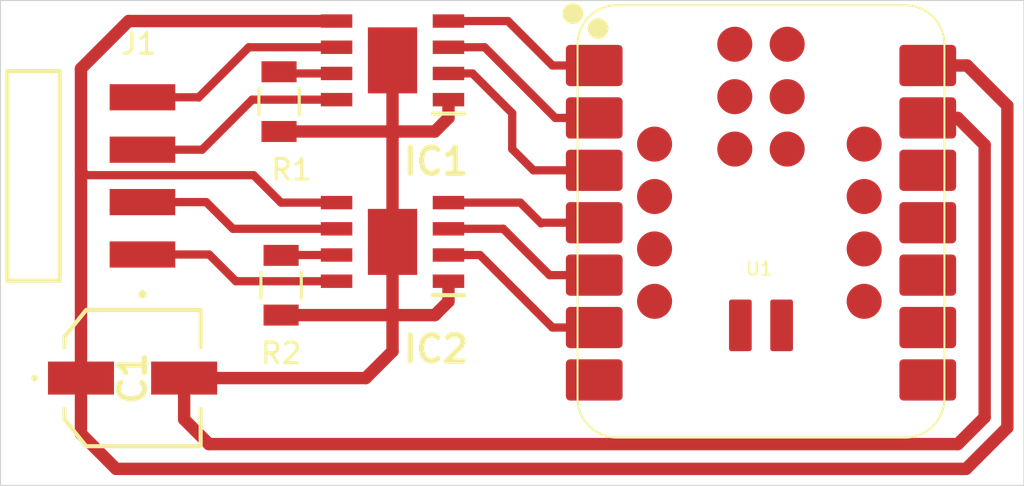
<source format=kicad_pcb>
(kicad_pcb (version 20241229) (generator "pcbnew") (generator_version "9.0")
  (layers (0 "F.Cu" signal) (2 "B.Cu" signal) (13 "F.Paste" user) (15 "B.Paste" user) (5 "F.SilkS" user "F.Silkscreen") (7 "B.SilkS" user "B.Silkscreen") (1 "F.Mask" user) (3 "B.Mask" user) (25 "Edge.Cuts" user))
  (net 0 "")
  (net 1 "GND")
  (net 2 "5V")
  (net 3 "Net-(IC1-RS)")
  (net 4 "Net-(IC2-RS)")
  (net 11 "IN12")
  (net 12 "OUT12")
  (net 13 "VREF1")
  (net 14 "IN11")
  (net 15 "OUT11")
  (net 16 "OUT21")
  (net 17 "IN21")
  (net 18 "IN22")
  (net 19 "OUT22")
  (net 20 "VREF2")
  (footprint "Neil:Resistor 1206" (layer "F.Cu") (at 88.7 84.8 -90)
    (property "Reference" "R2" (at 3.3 0 0) (layer "F.SilkS"))
    (property "Value" "0.1" (hide yes))
    (fp_line (start -0.63225 0.9779) (end 0.63225 0.9779) (stroke (width 0.1524)) (layer "F.SilkS"))
    (fp_line (start 0.63225 -0.9779) (end -0.63225 -0.9779) (stroke (width 0.1524)) (layer "F.SilkS"))
    (pad "1" smd rect (at -1.4478 0 270) (size 1.016 1.7018) (layers "F.Cu" "F.Mask" "F.Paste") (net 4 "Net-(IC2-RS)"))
    (pad "2" smd rect (at 1.4478 0 270) (size 1.016 1.7018) (layers "F.Cu" "F.Mask" "F.Paste") (net 1 "GND"))
  )
  (footprint "Neil:Resistor 1206" (layer "F.Cu") (at 88.6 75.9 -90)
    (property "Reference" "R1" (at 3.3 -0.6 0) (layer "F.SilkS"))
    (property "Value" "0.1" (hide yes))
    (fp_line (start -0.63225 0.9779) (end 0.63225 0.9779) (stroke (width 0.1524)) (layer "F.SilkS"))
    (fp_line (start 0.63225 -0.9779) (end -0.63225 -0.9779) (stroke (width 0.1524)) (layer "F.SilkS"))
    (pad "1" smd rect (at -1.4478 0 270) (size 1.016 1.7018) (layers "F.Cu" "F.Mask" "F.Paste") (net 3 "Net-(IC1-RS)"))
    (pad "2" smd rect (at 1.4478 0 270) (size 1.016 1.7018) (layers "F.Cu" "F.Mask" "F.Paste") (net 1 "GND"))
  )
  (footprint "Neil:right angle header 4 pins" (layer "F.Cu") (at 76.7 79.5 90)
    (property "Reference" "J1" (at 6.4 5.1 180) (layer "F.SilkS"))
    (property "Value" "right angle header 4 pins" (hide yes))
    (fp_line (start 5.08 -1.27) (end -5.08 -1.27) (stroke (width 0.2)) (layer "F.SilkS"))
    (fp_line (start 5.08 -1.27) (end 5.08 1.27) (stroke (width 0.2)) (layer "F.SilkS"))
    (fp_line (start 5.08 1.27) (end -5.08 1.27) (stroke (width 0.2)) (layer "F.SilkS"))
    (fp_line (start -5.08 1.27) (end -5.08 -1.27) (stroke (width 0.2)) (layer "F.SilkS"))
    (fp_circle (center -5.73 5.28) (end -5.63 5.28) (stroke (width 0.2)) (fill no) (layer "F.SilkS"))
    (pad "01" smd rect (at -3.81 5.28 90) (size 1.27 3.18) (layers "F.Cu" "F.Mask" "F.Paste") (net 19 "OUT22"))
    (pad "02" smd rect (at -1.27 5.28 90) (size 1.27 3.18) (layers "F.Cu" "F.Mask" "F.Paste") (net 16 "OUT21"))
    (pad "03" smd rect (at 1.27 5.28 90) (size 1.27 3.18) (layers "F.Cu" "F.Mask" "F.Paste") (net 12 "OUT12"))
    (pad "04" smd rect (at 3.81 5.28 90) (size 1.27 3.18) (layers "F.Cu" "F.Mask" "F.Paste") (net 15 "OUT11"))
  )
  (footprint "Neil:XIAO-RP2350-SMD" (layer "F.Cu") (at 111.876506 81.77)
    (property "Reference" "U1" (at 0 2.23 0) (layer "F.SilkS") (effects (font (size 0.635 0.635) (thickness 0.1016))))
    (property "Value" "XIAO RP2350")
    (fp_line (start -8.8075 8.509) (end -8.8075 -8.636) (stroke (width 0.1)) (layer "F.SilkS"))
    (fp_line (start -6.9025 10.414) (end 7.0675 10.414) (stroke (width 0.1)) (layer "F.SilkS"))
    (fp_line (start 7.0675 -10.541) (end -6.9025 -10.541) (stroke (width 0.1)) (layer "F.SilkS"))
    (fp_line (start 8.9725 8.509) (end 8.9725 -8.636) (stroke (width 0.1)) (layer "F.SilkS"))
    (fp_arc (start -8.8075 -8.64) (mid -8.249538 -9.987038) (end -6.9025 -10.545) (stroke (width 0.1)) (layer "F.SilkS"))
    (fp_arc (start -6.9025 10.414) (mid -8.249538 9.856038) (end -8.8075 8.509) (stroke (width 0.1)) (layer "F.SilkS"))
    (fp_arc (start 7.0675 -10.541) (mid 8.414538 -9.983038) (end 8.9725 -8.636) (stroke (width 0.1)) (layer "F.SilkS"))
    (fp_arc (start 8.9725 8.509) (mid 8.414538 9.856038) (end 7.0675 10.414) (stroke (width 0.1)) (layer "F.SilkS"))
    (fp_circle (center -9.033512 -10.137012) (end -9.033512 -10.391012) (stroke (width 0.5)) (fill yes) (layer "F.SilkS"))
    (fp_circle (center -7.816512 -9.414012) (end -7.816512 -9.668012) (stroke (width 0.5)) (fill yes) (layer "F.SilkS"))
    (pad "1" smd roundrect (at -8 -7.62 180) (size 2.75 2) (layers "F.Cu" "F.Mask" "F.Paste") (roundrect_rratio 0.1) (net 13 "VREF1"))
    (pad "2" smd roundrect (at -8 -5.08 180) (size 2.75 2) (layers "F.Cu" "F.Mask" "F.Paste") (roundrect_rratio 0.1) (net 14 "IN11"))
    (pad "3" smd roundrect (at -8 -2.54 180) (size 2.75 2) (layers "F.Cu" "F.Mask" "F.Paste") (roundrect_rratio 0.1) (net 11 "IN12"))
    (pad "4" smd roundrect (at -8 0 180) (size 2.75 2) (layers "F.Cu" "F.Mask" "F.Paste") (roundrect_rratio 0.1) (net 20 "VREF2"))
    (pad "5" smd roundrect (at -8 2.54 180) (size 2.75 2) (layers "F.Cu" "F.Mask" "F.Paste") (roundrect_rratio 0.1) (net 17 "IN21"))
    (pad "6" smd roundrect (at -8 5.08 180) (size 2.75 2) (layers "F.Cu" "F.Mask" "F.Paste") (roundrect_rratio 0.1) (net 18 "IN22"))
    (pad "7" smd roundrect (at -8 7.62 180) (size 2.75 2) (layers "F.Cu" "F.Mask" "F.Paste") (roundrect_rratio 0.1))
    (pad "8" smd roundrect (at 8.165 7.62) (size 2.75 2) (layers "F.Cu" "F.Mask" "F.Paste") (roundrect_rratio 0.1))
    (pad "9" smd roundrect (at 8.165 5.08) (size 2.75 2) (layers "F.Cu" "F.Mask" "F.Paste") (roundrect_rratio 0.1))
    (pad "10" smd roundrect (at 8.165 2.54) (size 2.75 2) (layers "F.Cu" "F.Mask" "F.Paste") (roundrect_rratio 0.1))
    (pad "11" smd roundrect (at 8.165 0) (size 2.75 2) (layers "F.Cu" "F.Mask" "F.Paste") (roundrect_rratio 0.1))
    (pad "12" smd roundrect (at 8.165 -2.54) (size 2.75 2) (layers "F.Cu" "F.Mask" "F.Paste") (roundrect_rratio 0.1))
    (pad "13" smd roundrect (at 8.165 -5.08) (size 2.75 2) (layers "F.Cu" "F.Mask" "F.Paste") (roundrect_rratio 0.1) (net 1 "GND"))
    (pad "14" smd roundrect (at 8.165 -7.62) (size 2.75 2) (layers "F.Cu" "F.Mask" "F.Paste") (roundrect_rratio 0.1) (net 2 "5V"))
    (pad "15" smd circle (at 5.083494 -3.81 180) (size 1.7 1.7) (layers "F.Cu" "F.Mask" "F.Paste"))
    (pad "16" smd circle (at 5.083494 -1.27 180) (size 1.7 1.7) (layers "F.Cu" "F.Mask" "F.Paste"))
    (pad "17" smd circle (at 5.083494 1.27 180) (size 1.7 1.7) (layers "F.Cu" "F.Mask" "F.Paste"))
    (pad "18" smd circle (at 5.083494 3.81 180) (size 1.7 1.7) (layers "F.Cu" "F.Mask" "F.Paste"))
    (pad "19" smd circle (at -5.076506 3.81 180) (size 1.7 1.7) (layers "F.Cu" "F.Mask" "F.Paste"))
    (pad "20" smd circle (at -5.076506 1.27 180) (size 1.7 1.7) (layers "F.Cu" "F.Mask" "F.Paste"))
    (pad "21" smd circle (at -5.076506 -1.27 180) (size 1.7 1.7) (layers "F.Cu" "F.Mask" "F.Paste"))
    (pad "22" smd circle (at -5.076506 -3.81 180) (size 1.7 1.7) (layers "F.Cu" "F.Mask" "F.Paste"))
    (pad "23" smd circle (at -1.1875 -8.65 180) (size 1.7 1.7) (layers "F.Cu" "F.Mask" "F.Paste"))
    (pad "24" smd circle (at -1.1875 -6.11 180) (size 1.7 1.7) (layers "F.Cu" "F.Mask" "F.Paste"))
    (pad "25" smd circle (at -1.1875 -3.57 180) (size 1.7 1.7) (layers "F.Cu" "F.Mask" "F.Paste"))
    (pad "26" smd circle (at 1.3525 -3.57 180) (size 1.7 1.7) (layers "F.Cu" "F.Mask" "F.Paste"))
    (pad "27" smd circle (at 1.3525 -6.11 180) (size 1.7 1.7) (layers "F.Cu" "F.Mask" "F.Paste"))
    (pad "28" smd circle (at 1.3525 -8.65 180) (size 1.7 1.7) (layers "F.Cu" "F.Mask" "F.Paste"))
    (pad "29" smd roundrect (at -0.9175 4.974811 270) (size 2.5 1.1) (layers "F.Cu" "F.Mask" "F.Paste") (roundrect_rratio 0.1))
    (pad "30" smd roundrect (at 1.0825 4.974811 270) (size 2.5 1.1) (layers "F.Cu" "F.Mask" "F.Paste") (roundrect_rratio 0.1))
  )
  (footprint "Neil:TB67H451AFNG" (layer "F.Cu") (at 94.1 73.9 180)
    (property "Reference" "IC1" (at -2.1 -4.9 0) (layer "F.SilkS") (effects (font (size 1.27 1.27) (thickness 0.254))))
    (property "Value" "TB67H451AFNG" (hide yes))
    (fp_line (start -3.475 -2.58) (end -1.95 -2.58) (stroke (width 0.2)) (layer "F.SilkS"))
    (pad "1" smd rect (at -2.712 -1.905 270) (size 0.65 1.525) (layers "F.Cu" "F.Mask" "F.Paste") (net 1 "GND"))
    (pad "2" smd rect (at -2.712 -0.635 270) (size 0.65 1.525) (layers "F.Cu" "F.Mask" "F.Paste") (net 11 "IN12"))
    (pad "3" smd rect (at -2.712 0.635 270) (size 0.65 1.525) (layers "F.Cu" "F.Mask" "F.Paste") (net 14 "IN11"))
    (pad "4" smd rect (at -2.712 1.905 270) (size 0.65 1.525) (layers "F.Cu" "F.Mask" "F.Paste") (net 13 "VREF1"))
    (pad "5" smd rect (at 2.712 1.905 270) (size 0.65 1.525) (layers "F.Cu" "F.Mask" "F.Paste") (net 2 "5V"))
    (pad "6" smd rect (at 2.712 0.635 270) (size 0.65 1.525) (layers "F.Cu" "F.Mask" "F.Paste") (net 15 "OUT11"))
    (pad "7" smd rect (at 2.712 -0.635 270) (size 0.65 1.525) (layers "F.Cu" "F.Mask" "F.Paste") (net 3 "Net-(IC1-RS)"))
    (pad "8" smd rect (at 2.712 -1.905 270) (size 0.65 1.525) (layers "F.Cu" "F.Mask" "F.Paste") (net 12 "OUT12"))
    (pad "9" smd rect (at 0 0 180) (size 2.39 3.2) (layers "F.Cu" "F.Mask" "F.Paste") (net 1 "GND"))
  )
  (footprint "Neil:TB67H451AFNG" (layer "F.Cu") (at 94.1 82.7 180)
    (property "Reference" "IC2" (at -2.1 -5.2 0) (layer "F.SilkS") (effects (font (size 1.27 1.27) (thickness 0.254))))
    (property "Value" "TB67H451AFNG" (hide yes))
    (fp_line (start -3.475 -2.58) (end -1.95 -2.58) (stroke (width 0.2)) (layer "F.SilkS"))
    (pad "1" smd rect (at -2.712 -1.905 270) (size 0.65 1.525) (layers "F.Cu" "F.Mask" "F.Paste") (net 1 "GND"))
    (pad "2" smd rect (at -2.712 -0.635 270) (size 0.65 1.525) (layers "F.Cu" "F.Mask" "F.Paste") (net 18 "IN22"))
    (pad "3" smd rect (at -2.712 0.635 270) (size 0.65 1.525) (layers "F.Cu" "F.Mask" "F.Paste") (net 17 "IN21"))
    (pad "4" smd rect (at -2.712 1.905 270) (size 0.65 1.525) (layers "F.Cu" "F.Mask" "F.Paste") (net 20 "VREF2"))
    (pad "5" smd rect (at 2.712 1.905 270) (size 0.65 1.525) (layers "F.Cu" "F.Mask" "F.Paste") (net 2 "5V"))
    (pad "6" smd rect (at 2.712 0.635 270) (size 0.65 1.525) (layers "F.Cu" "F.Mask" "F.Paste") (net 16 "OUT21"))
    (pad "7" smd rect (at 2.712 -0.635 270) (size 0.65 1.525) (layers "F.Cu" "F.Mask" "F.Paste") (net 4 "Net-(IC2-RS)"))
    (pad "8" smd rect (at 2.712 -1.905 270) (size 0.65 1.525) (layers "F.Cu" "F.Mask" "F.Paste") (net 19 "OUT22"))
    (pad "9" smd rect (at 0 0 180) (size 2.39 3.2) (layers "F.Cu" "F.Mask" "F.Paste") (net 1 "GND"))
  )
  (footprint "Neil:EEEHP1H4R7P" (layer "F.Cu") (at 81.5 89.3 -90)
    (property "Reference" "C1" (at 0 0 90) (layer "F.SilkS") (effects (font (size 1.27 1.27) (thickness 0.254))))
    (property "Value" "100uF" (hide yes))
    (fp_line (start 0 4.8) (end 0 4.8) (stroke (width 0.2)) (layer "F.SilkS"))
    (fp_line (start 0 4.8) (end 0 4.8) (stroke (width 0.2)) (layer "F.SilkS"))
    (fp_line (start 0 4.7) (end 0 4.7) (stroke (width 0.2)) (layer "F.SilkS"))
    (fp_line (start -2 3.3) (end -3.3 2.25) (stroke (width 0.2)) (layer "F.SilkS"))
    (fp_line (start -1.5 3.3) (end -2 3.3) (stroke (width 0.2)) (layer "F.SilkS"))
    (fp_line (start 2 3.3) (end 1.5 3.3) (stroke (width 0.2)) (layer "F.SilkS"))
    (fp_line (start -3.3 2.25) (end -3.3 -3.3) (stroke (width 0.2)) (layer "F.SilkS"))
    (fp_line (start 3.3 2.25) (end 2 3.3) (stroke (width 0.2)) (layer "F.SilkS"))
    (fp_line (start -3.3 -3.3) (end -1.5 -3.3) (stroke (width 0.2)) (layer "F.SilkS"))
    (fp_line (start 1.5 -3.3) (end 3.3 -3.3) (stroke (width 0.2)) (layer "F.SilkS"))
    (fp_line (start 3.3 -3.3) (end 3.3 2.25) (stroke (width 0.2)) (layer "F.SilkS"))
    (fp_arc (start 0 4.8) (mid -0.05 4.75) (end 0 4.7) (stroke (width 0.2)) (layer "F.SilkS"))
    (fp_arc (start 0 4.7) (mid 0.05 4.75) (end 0 4.8) (stroke (width 0.2)) (layer "F.SilkS"))
    (fp_arc (start 0 4.7) (mid 0.05 4.75) (end 0 4.8) (stroke (width 0.2)) (layer "F.SilkS"))
    (pad "1" smd rect (at 0 2.5 270) (size 1.6 3.2) (layers "F.Cu" "F.Mask" "F.Paste") (net 2 "5V"))
    (pad "2" smd rect (at 0 -2.5 270) (size 1.6 3.2) (layers "F.Cu" "F.Mask" "F.Paste") (net 1 "GND"))
  )
  (gr_rect (start 75.1 71) (end 124.7 94.5) (stroke (width 0.05)) (fill no) (layer "Edge.Cuts"))
  (segment (start 85.2 92.5) (end 84 91.3) (width 0.6) (layer "F.Cu") (net 1))
  (segment (start 96.1522 86.2478) (end 93.9 86.2478) (width 0.6) (layer "F.Cu") (net 1))
  (segment (start 92.8 89.3) (end 94.1 88) (width 0.6) (layer "F.Cu") (net 1))
  (segment (start 94.1 73.9) (end 94.1 77.2478) (width 0.6) (layer "F.Cu") (net 1))
  (segment (start 121.5 92.5) (end 85.2 92.5) (width 0.6) (layer "F.Cu") (net 1))
  (segment (start 94.1 77.5478) (end 94.3 77.3478) (width 0.6) (layer "F.Cu") (net 1))
  (segment (start 94 77.3478) (end 88.6 77.3478) (width 0.6) (layer "F.Cu") (net 1))
  (segment (start 96.812 75.805) (end 96.812 76.688) (width 0.6) (layer "F.Cu") (net 1))
  (segment (start 122.8 91.2) (end 121.5 92.5) (width 0.6) (layer "F.Cu") (net 1))
  (segment (start 96.812 84.605) (end 96.812 85.588) (width 0.6) (layer "F.Cu") (net 1))
  (segment (start 94.1 82.7) (end 94.1 77.5478) (width 0.6) (layer "F.Cu") (net 1))
  (segment (start 94.1 86.0478) (end 93.9 86.2478) (width 0.6) (layer "F.Cu") (net 1))
  (segment (start 94.3 77.3478) (end 94 77.3478) (width 0.6) (layer "F.Cu") (net 1))
  (segment (start 121.49 76.69) (end 122.8 78) (width 0.6) (layer "F.Cu") (net 1))
  (segment (start 122.8 78) (end 122.8 91.2) (width 0.6) (layer "F.Cu") (net 1))
  (segment (start 96.1522 77.3478) (end 94.3 77.3478) (width 0.6) (layer "F.Cu") (net 1))
  (segment (start 94.1 77.2478) (end 94 77.3478) (width 0.6) (layer "F.Cu") (net 1))
  (segment (start 94.1 88) (end 94.1 86.0478) (width 0.6) (layer "F.Cu") (net 1))
  (segment (start 96.812 76.688) (end 96.1522 77.3478) (width 0.6) (layer "F.Cu") (net 1))
  (segment (start 120.041506 76.69) (end 121.49 76.69) (width 0.6) (layer "F.Cu") (net 1))
  (segment (start 93.9 86.2478) (end 88.7 86.2478) (width 0.6) (layer "F.Cu") (net 1))
  (segment (start 94.1 82.7) (end 94.1 86.0478) (width 0.6) (layer "F.Cu") (net 1))
  (segment (start 84 91.3) (end 84 89.3) (width 0.6) (layer "F.Cu") (net 1))
  (segment (start 84 89.3) (end 92.8 89.3) (width 0.6) (layer "F.Cu") (net 1))
  (segment (start 96.812 85.588) (end 96.1522 86.2478) (width 0.6) (layer "F.Cu") (net 1))
  (segment (start 81.305 71.995) (end 79 74.3) (width 0.6) (layer "F.Cu") (net 2))
  (segment (start 120.041506 74.15) (end 121.95 74.15) (width 0.6) (layer "F.Cu") (net 2))
  (segment (start 121.95 74.15) (end 123.9 76.1) (width 0.6) (layer "F.Cu") (net 2))
  (segment (start 79.266 79.466) (end 87.366 79.466) (width 0.4) (layer "F.Cu") (net 2))
  (segment (start 79 79.2) (end 79.266 79.466) (width 0.4) (layer "F.Cu") (net 2))
  (segment (start 88.695 80.795) (end 91.388 80.795) (width 0.4) (layer "F.Cu") (net 2))
  (segment (start 87.366 79.466) (end 88.695 80.795) (width 0.4) (layer "F.Cu") (net 2))
  (segment (start 79 74.3) (end 79 79.2) (width 0.6) (layer "F.Cu") (net 2))
  (segment (start 123.9 76.1) (end 123.9 91.7) (width 0.6) (layer "F.Cu") (net 2))
  (segment (start 79 92) (end 79 89.3) (width 0.6) (layer "F.Cu") (net 2))
  (segment (start 121.9 93.7) (end 80.7 93.7) (width 0.6) (layer "F.Cu") (net 2))
  (segment (start 80.7 93.7) (end 79 92) (width 0.6) (layer "F.Cu") (net 2))
  (segment (start 91.388 71.995) (end 81.305 71.995) (width 0.6) (layer "F.Cu") (net 2))
  (segment (start 123.9 91.7) (end 121.9 93.7) (width 0.6) (layer "F.Cu") (net 2))
  (segment (start 79 79.2) (end 79 89.3) (width 0.6) (layer "F.Cu") (net 2))
  (segment (start 91.388 74.535) (end 88.6828 74.535) (width 0.4) (layer "F.Cu") (net 3))
  (segment (start 88.6828 74.535) (end 88.6 74.4522) (width 0.4) (layer "F.Cu") (net 3))
  (segment (start 91.388 83.335) (end 88.7172 83.335) (width 0.4) (layer "F.Cu") (net 4))
  (segment (start 88.7172 83.335) (end 88.7 83.3522) (width 0.4) (layer "F.Cu") (net 4))
  (segment (start 96.812 74.535) (end 97.9745 74.535) (width 0.4) (layer "F.Cu") (net 11))
  (segment (start 99.9 78.2) (end 100.93 79.23) (width 0.4) (layer "F.Cu") (net 11))
  (segment (start 100.93 79.23) (end 103.876506 79.23) (width 0.4) (layer "F.Cu") (net 11))
  (segment (start 97.9745 74.535) (end 99.9 76.4605) (width 0.4) (layer "F.Cu") (net 11))
  (segment (start 99.9 76.4605) (end 99.9 78.2) (width 0.4) (layer "F.Cu") (net 11))
  (segment (start 84.87 78.23) (end 81.98 78.23) (width 0.4) (layer "F.Cu") (net 12))
  (segment (start 91.388 75.805) (end 87.295 75.805) (width 0.4) (layer "F.Cu") (net 12))
  (segment (start 87.295 75.805) (end 84.87 78.23) (width 0.4) (layer "F.Cu") (net 12))
  (segment (start 103.876506 74.15) (end 101.85 74.15) (width 0.4) (layer "F.Cu") (net 13))
  (segment (start 101.85 74.15) (end 99.695 71.995) (width 0.4) (layer "F.Cu") (net 13))
  (segment (start 99.695 71.995) (end 96.812 71.995) (width 0.4) (layer "F.Cu") (net 13))
  (segment (start 101.99 76.69) (end 103.876506 76.69) (width 0.4) (layer "F.Cu") (net 14))
  (segment (start 96.812 73.265) (end 98.565 73.265) (width 0.4) (layer "F.Cu") (net 14))
  (segment (start 98.565 73.265) (end 101.99 76.69) (width 0.4) (layer "F.Cu") (net 14))
  (segment (start 91.388 73.265) (end 87.135 73.265) (width 0.4) (layer "F.Cu") (net 15))
  (segment (start 84.69 75.69) (end 81.98 75.69) (width 0.4) (layer "F.Cu") (net 15))
  (segment (start 84.7 75.7) (end 84.69 75.69) (width 0.4) (layer "F.Cu") (net 15))
  (segment (start 87.135 73.265) (end 84.7 75.7) (width 0.4) (layer "F.Cu") (net 15))
  (segment (start 91.388 82.065) (end 86.365 82.065) (width 0.4) (layer "F.Cu") (net 16))
  (segment (start 86.365 82.065) (end 85.07 80.77) (width 0.4) (layer "F.Cu") (net 16))
  (segment (start 85.07 80.77) (end 81.98 80.77) (width 0.4) (layer "F.Cu") (net 16))
  (segment (start 96.812 82.065) (end 99.465 82.065) (width 0.4) (layer "F.Cu") (net 17))
  (segment (start 99.465 82.065) (end 101.71 84.31) (width 0.4) (layer "F.Cu") (net 17))
  (segment (start 101.71 84.31) (end 103.876506 84.31) (width 0.4) (layer "F.Cu") (net 17))
  (segment (start 101.85 86.85) (end 98.335 83.335) (width 0.4) (layer "F.Cu") (net 18))
  (segment (start 103.876506 86.85) (end 101.85 86.85) (width 0.4) (layer "F.Cu") (net 18))
  (segment (start 98.335 83.335) (end 96.812 83.335) (width 0.4) (layer "F.Cu") (net 18))
  (segment (start 91.388 84.605) (end 86.505 84.605) (width 0.4) (layer "F.Cu") (net 19))
  (segment (start 86.505 84.605) (end 85.21 83.31) (width 0.4) (layer "F.Cu") (net 19))
  (segment (start 85.21 83.31) (end 81.98 83.31) (width 0.4) (layer "F.Cu") (net 19))
  (segment (start 103.876506 81.77) (end 101.33 81.77) (width 0.4) (layer "F.Cu") (net 20))
  (segment (start 101.33 81.77) (end 101.3 81.8) (width 0.4) (layer "F.Cu") (net 20))
  (segment (start 96.812 80.795) (end 100.295 80.795) (width 0.4) (layer "F.Cu") (net 20))
  (segment (start 100.295 80.795) (end 101.3 81.8) (width 0.4) (layer "F.Cu") (net 20))
)
</source>
